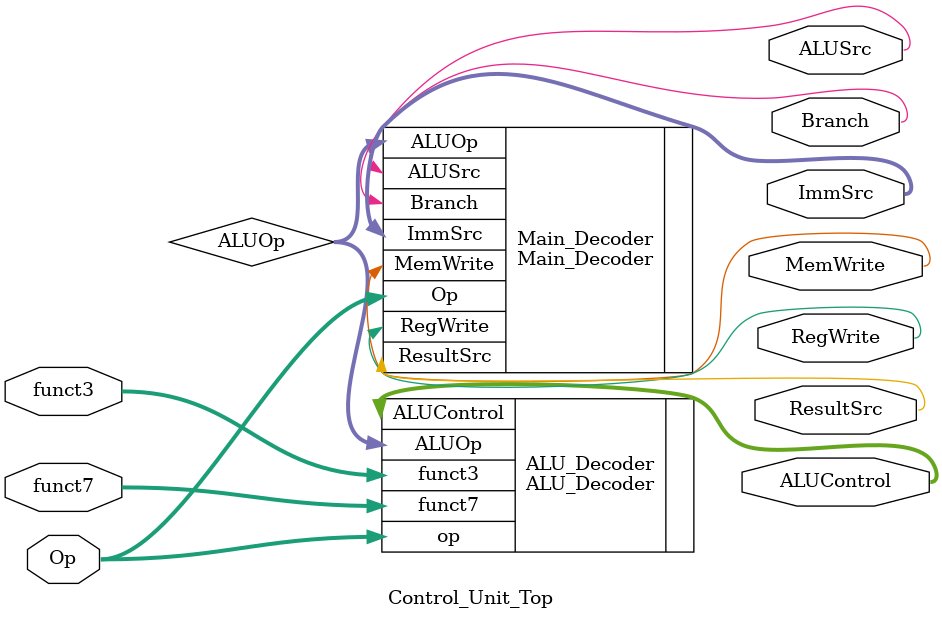
<source format=v>
module Control_Unit_Top (Op,RegWrite,ImmSrc,ALUSrc,MemWrite,ResultSrc,Branch,funct3,funct7,ALUControl);

    input [6:0]Op,funct7;
    input [2:0]funct3;
    output RegWrite,ALUSrc,MemWrite,ResultSrc,Branch;
    output [1:0]ImmSrc;
    output [2:0]ALUControl;

    wire [1:0]ALUOp;

    Main_Decoder Main_Decoder(
                .Op(Op),
                .RegWrite(RegWrite),
                .ImmSrc(ImmSrc),
                .MemWrite(MemWrite),
                .ResultSrc(ResultSrc),
                .Branch(Branch),
                .ALUSrc(ALUSrc),
                .ALUOp(ALUOp)
    );

    ALU_Decoder ALU_Decoder(
                            .ALUOp(ALUOp),
                            .funct3(funct3),
                            .funct7(funct7),
                            .op(Op),
                            .ALUControl(ALUControl)
    );


endmodule

</source>
